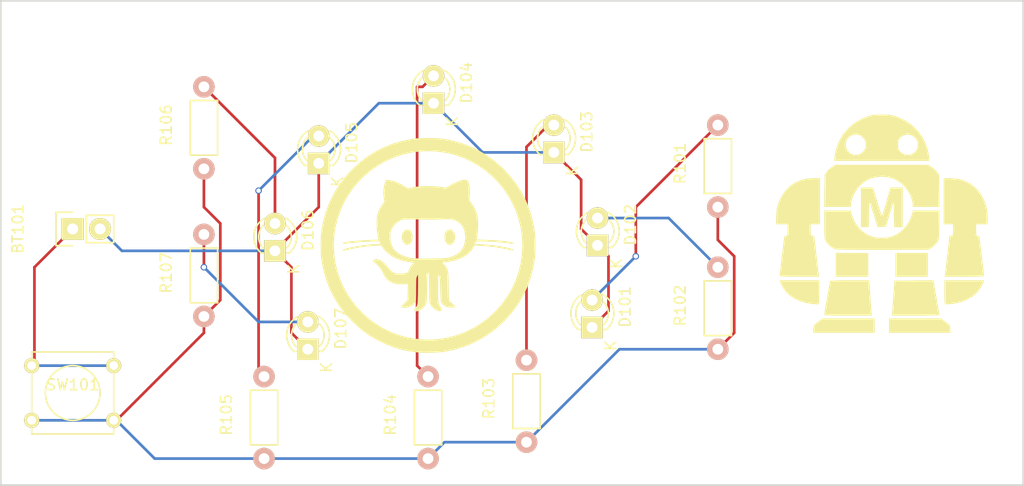
<source format=kicad_pcb>
(kicad_pcb (version 4) (host pcbnew 4.0.1-stable)

  (general
    (links 24)
    (no_connects 0)
    (area 99.924999 54.924999 195.075001 100.075001)
    (thickness 1.6)
    (drawings 4)
    (tracks 65)
    (zones 0)
    (modules 18)
    (nets 11)
  )

  (page A4)
  (layers
    (0 F.Cu signal)
    (31 B.Cu signal)
    (32 B.Adhes user)
    (33 F.Adhes user)
    (34 B.Paste user)
    (35 F.Paste user)
    (36 B.SilkS user)
    (37 F.SilkS user)
    (38 B.Mask user)
    (39 F.Mask user)
    (40 Dwgs.User user)
    (41 Cmts.User user)
    (42 Eco1.User user)
    (43 Eco2.User user)
    (44 Edge.Cuts user)
    (45 Margin user)
    (46 B.CrtYd user)
    (47 F.CrtYd user)
    (48 B.Fab user)
    (49 F.Fab user)
  )

  (setup
    (last_trace_width 0.25)
    (trace_clearance 0.2)
    (zone_clearance 0.508)
    (zone_45_only no)
    (trace_min 0.2)
    (segment_width 0.2)
    (edge_width 0.15)
    (via_size 0.6)
    (via_drill 0.4)
    (via_min_size 0.4)
    (via_min_drill 0.3)
    (uvia_size 0.3)
    (uvia_drill 0.1)
    (uvias_allowed no)
    (uvia_min_size 0.2)
    (uvia_min_drill 0.1)
    (pcb_text_width 0.3)
    (pcb_text_size 1.5 1.5)
    (mod_edge_width 0.15)
    (mod_text_size 1 1)
    (mod_text_width 0.15)
    (pad_size 1.524 1.524)
    (pad_drill 0.762)
    (pad_to_mask_clearance 0.2)
    (aux_axis_origin 0 0)
    (visible_elements 7FFFFFFF)
    (pcbplotparams
      (layerselection 0x00030_80000001)
      (usegerberextensions false)
      (excludeedgelayer true)
      (linewidth 0.100000)
      (plotframeref false)
      (viasonmask false)
      (mode 1)
      (useauxorigin false)
      (hpglpennumber 1)
      (hpglpenspeed 20)
      (hpglpendiameter 15)
      (hpglpenoverlay 2)
      (psnegative false)
      (psa4output false)
      (plotreference true)
      (plotvalue true)
      (plotinvisibletext false)
      (padsonsilk false)
      (subtractmaskfromsilk false)
      (outputformat 1)
      (mirror false)
      (drillshape 1)
      (scaleselection 1)
      (outputdirectory ""))
  )

  (net 0 "")
  (net 1 GND)
  (net 2 "Net-(D101-Pad2)")
  (net 3 +BATT)
  (net 4 "Net-(D102-Pad2)")
  (net 5 "Net-(D103-Pad2)")
  (net 6 "Net-(D104-Pad2)")
  (net 7 "Net-(D105-Pad2)")
  (net 8 "Net-(D106-Pad2)")
  (net 9 "Net-(D107-Pad2)")
  (net 10 "Net-(BT101-Pad1)")

  (net_class Default "これは標準のネット クラスです。"
    (clearance 0.2)
    (trace_width 0.25)
    (via_dia 0.6)
    (via_drill 0.4)
    (uvia_dia 0.3)
    (uvia_drill 0.1)
    (add_net +BATT)
    (add_net GND)
    (add_net "Net-(BT101-Pad1)")
    (add_net "Net-(D101-Pad2)")
    (add_net "Net-(D102-Pad2)")
    (add_net "Net-(D103-Pad2)")
    (add_net "Net-(D104-Pad2)")
    (add_net "Net-(D105-Pad2)")
    (add_net "Net-(D106-Pad2)")
    (add_net "Net-(D107-Pad2)")
  )

  (module Pin_Headers:Pin_Header_Straight_1x02 placed (layer F.Cu) (tedit 54EA090C) (tstamp 5776674B)
    (at 106.68 76.2 90)
    (descr "Through hole pin header")
    (tags "pin header")
    (path /5774FB3F)
    (fp_text reference BT101 (at 0 -5.1 90) (layer F.SilkS)
      (effects (font (size 1 1) (thickness 0.15)))
    )
    (fp_text value Battery (at 0 -3.1 90) (layer F.Fab)
      (effects (font (size 1 1) (thickness 0.15)))
    )
    (fp_line (start 1.27 1.27) (end 1.27 3.81) (layer F.SilkS) (width 0.15))
    (fp_line (start 1.55 -1.55) (end 1.55 0) (layer F.SilkS) (width 0.15))
    (fp_line (start -1.75 -1.75) (end -1.75 4.3) (layer F.CrtYd) (width 0.05))
    (fp_line (start 1.75 -1.75) (end 1.75 4.3) (layer F.CrtYd) (width 0.05))
    (fp_line (start -1.75 -1.75) (end 1.75 -1.75) (layer F.CrtYd) (width 0.05))
    (fp_line (start -1.75 4.3) (end 1.75 4.3) (layer F.CrtYd) (width 0.05))
    (fp_line (start 1.27 1.27) (end -1.27 1.27) (layer F.SilkS) (width 0.15))
    (fp_line (start -1.55 0) (end -1.55 -1.55) (layer F.SilkS) (width 0.15))
    (fp_line (start -1.55 -1.55) (end 1.55 -1.55) (layer F.SilkS) (width 0.15))
    (fp_line (start -1.27 1.27) (end -1.27 3.81) (layer F.SilkS) (width 0.15))
    (fp_line (start -1.27 3.81) (end 1.27 3.81) (layer F.SilkS) (width 0.15))
    (pad 1 thru_hole rect (at 0 0 90) (size 2.032 2.032) (drill 1.016) (layers *.Cu *.Mask F.SilkS)
      (net 10 "Net-(BT101-Pad1)"))
    (pad 2 thru_hole oval (at 0 2.54 90) (size 2.032 2.032) (drill 1.016) (layers *.Cu *.Mask F.SilkS)
      (net 1 GND))
    (model Pin_Headers.3dshapes/Pin_Header_Straight_1x02.wrl
      (at (xyz 0 -0.05 0))
      (scale (xyz 1 1 1))
      (rotate (xyz 0 0 90))
    )
  )

  (module LEDs:LED-3MM placed (layer F.Cu) (tedit 559B82F6) (tstamp 57766751)
    (at 154.94 85.344 90)
    (descr "LED 3mm round vertical")
    (tags "LED  3mm round vertical")
    (path /5774F8AF)
    (fp_text reference D101 (at 1.91 3.06 90) (layer F.SilkS)
      (effects (font (size 1 1) (thickness 0.15)))
    )
    (fp_text value LED (at 1.3 -2.9 90) (layer F.Fab)
      (effects (font (size 1 1) (thickness 0.15)))
    )
    (fp_line (start -1.2 2.3) (end 3.8 2.3) (layer F.CrtYd) (width 0.05))
    (fp_line (start 3.8 2.3) (end 3.8 -2.2) (layer F.CrtYd) (width 0.05))
    (fp_line (start 3.8 -2.2) (end -1.2 -2.2) (layer F.CrtYd) (width 0.05))
    (fp_line (start -1.2 -2.2) (end -1.2 2.3) (layer F.CrtYd) (width 0.05))
    (fp_line (start -0.199 1.314) (end -0.199 1.114) (layer F.SilkS) (width 0.15))
    (fp_line (start -0.199 -1.28) (end -0.199 -1.1) (layer F.SilkS) (width 0.15))
    (fp_arc (start 1.301 0.034) (end -0.199 -1.286) (angle 108.5) (layer F.SilkS) (width 0.15))
    (fp_arc (start 1.301 0.034) (end 0.25 -1.1) (angle 85.7) (layer F.SilkS) (width 0.15))
    (fp_arc (start 1.311 0.034) (end 3.051 0.994) (angle 110) (layer F.SilkS) (width 0.15))
    (fp_arc (start 1.301 0.034) (end 2.335 1.094) (angle 87.5) (layer F.SilkS) (width 0.15))
    (fp_text user K (at -1.69 1.74 90) (layer F.SilkS)
      (effects (font (size 1 1) (thickness 0.15)))
    )
    (pad 1 thru_hole rect (at 0 0 180) (size 2 2) (drill 1.00076) (layers *.Cu *.Mask F.SilkS)
      (net 1 GND))
    (pad 2 thru_hole circle (at 2.54 0 90) (size 2 2) (drill 1.00076) (layers *.Cu *.Mask F.SilkS)
      (net 2 "Net-(D101-Pad2)"))
    (model LEDs.3dshapes/LED-3MM.wrl
      (at (xyz 0.05 0 0))
      (scale (xyz 1 1 1))
      (rotate (xyz 0 0 90))
    )
  )

  (module LEDs:LED-3MM placed (layer F.Cu) (tedit 559B82F6) (tstamp 57766757)
    (at 155.448 77.724 90)
    (descr "LED 3mm round vertical")
    (tags "LED  3mm round vertical")
    (path /57752D3F)
    (fp_text reference D102 (at 1.91 3.06 90) (layer F.SilkS)
      (effects (font (size 1 1) (thickness 0.15)))
    )
    (fp_text value LED (at 1.3 -2.9 90) (layer F.Fab)
      (effects (font (size 1 1) (thickness 0.15)))
    )
    (fp_line (start -1.2 2.3) (end 3.8 2.3) (layer F.CrtYd) (width 0.05))
    (fp_line (start 3.8 2.3) (end 3.8 -2.2) (layer F.CrtYd) (width 0.05))
    (fp_line (start 3.8 -2.2) (end -1.2 -2.2) (layer F.CrtYd) (width 0.05))
    (fp_line (start -1.2 -2.2) (end -1.2 2.3) (layer F.CrtYd) (width 0.05))
    (fp_line (start -0.199 1.314) (end -0.199 1.114) (layer F.SilkS) (width 0.15))
    (fp_line (start -0.199 -1.28) (end -0.199 -1.1) (layer F.SilkS) (width 0.15))
    (fp_arc (start 1.301 0.034) (end -0.199 -1.286) (angle 108.5) (layer F.SilkS) (width 0.15))
    (fp_arc (start 1.301 0.034) (end 0.25 -1.1) (angle 85.7) (layer F.SilkS) (width 0.15))
    (fp_arc (start 1.311 0.034) (end 3.051 0.994) (angle 110) (layer F.SilkS) (width 0.15))
    (fp_arc (start 1.301 0.034) (end 2.335 1.094) (angle 87.5) (layer F.SilkS) (width 0.15))
    (fp_text user K (at -1.69 1.74 90) (layer F.SilkS)
      (effects (font (size 1 1) (thickness 0.15)))
    )
    (pad 1 thru_hole rect (at 0 0 180) (size 2 2) (drill 1.00076) (layers *.Cu *.Mask F.SilkS)
      (net 1 GND))
    (pad 2 thru_hole circle (at 2.54 0 90) (size 2 2) (drill 1.00076) (layers *.Cu *.Mask F.SilkS)
      (net 4 "Net-(D102-Pad2)"))
    (model LEDs.3dshapes/LED-3MM.wrl
      (at (xyz 0.05 0 0))
      (scale (xyz 1 1 1))
      (rotate (xyz 0 0 90))
    )
  )

  (module LEDs:LED-3MM placed (layer F.Cu) (tedit 559B82F6) (tstamp 5776675D)
    (at 151.384 69.088 90)
    (descr "LED 3mm round vertical")
    (tags "LED  3mm round vertical")
    (path /5776612C)
    (fp_text reference D103 (at 1.91 3.06 90) (layer F.SilkS)
      (effects (font (size 1 1) (thickness 0.15)))
    )
    (fp_text value LED (at 1.3 -2.9 90) (layer F.Fab)
      (effects (font (size 1 1) (thickness 0.15)))
    )
    (fp_line (start -1.2 2.3) (end 3.8 2.3) (layer F.CrtYd) (width 0.05))
    (fp_line (start 3.8 2.3) (end 3.8 -2.2) (layer F.CrtYd) (width 0.05))
    (fp_line (start 3.8 -2.2) (end -1.2 -2.2) (layer F.CrtYd) (width 0.05))
    (fp_line (start -1.2 -2.2) (end -1.2 2.3) (layer F.CrtYd) (width 0.05))
    (fp_line (start -0.199 1.314) (end -0.199 1.114) (layer F.SilkS) (width 0.15))
    (fp_line (start -0.199 -1.28) (end -0.199 -1.1) (layer F.SilkS) (width 0.15))
    (fp_arc (start 1.301 0.034) (end -0.199 -1.286) (angle 108.5) (layer F.SilkS) (width 0.15))
    (fp_arc (start 1.301 0.034) (end 0.25 -1.1) (angle 85.7) (layer F.SilkS) (width 0.15))
    (fp_arc (start 1.311 0.034) (end 3.051 0.994) (angle 110) (layer F.SilkS) (width 0.15))
    (fp_arc (start 1.301 0.034) (end 2.335 1.094) (angle 87.5) (layer F.SilkS) (width 0.15))
    (fp_text user K (at -1.69 1.74 90) (layer F.SilkS)
      (effects (font (size 1 1) (thickness 0.15)))
    )
    (pad 1 thru_hole rect (at 0 0 180) (size 2 2) (drill 1.00076) (layers *.Cu *.Mask F.SilkS)
      (net 1 GND))
    (pad 2 thru_hole circle (at 2.54 0 90) (size 2 2) (drill 1.00076) (layers *.Cu *.Mask F.SilkS)
      (net 5 "Net-(D103-Pad2)"))
    (model LEDs.3dshapes/LED-3MM.wrl
      (at (xyz 0.05 0 0))
      (scale (xyz 1 1 1))
      (rotate (xyz 0 0 90))
    )
  )

  (module LEDs:LED-3MM placed (layer F.Cu) (tedit 559B82F6) (tstamp 57766763)
    (at 140.208 64.516 90)
    (descr "LED 3mm round vertical")
    (tags "LED  3mm round vertical")
    (path /5776616E)
    (fp_text reference D104 (at 1.91 3.06 90) (layer F.SilkS)
      (effects (font (size 1 1) (thickness 0.15)))
    )
    (fp_text value LED (at 1.3 -2.9 90) (layer F.Fab)
      (effects (font (size 1 1) (thickness 0.15)))
    )
    (fp_line (start -1.2 2.3) (end 3.8 2.3) (layer F.CrtYd) (width 0.05))
    (fp_line (start 3.8 2.3) (end 3.8 -2.2) (layer F.CrtYd) (width 0.05))
    (fp_line (start 3.8 -2.2) (end -1.2 -2.2) (layer F.CrtYd) (width 0.05))
    (fp_line (start -1.2 -2.2) (end -1.2 2.3) (layer F.CrtYd) (width 0.05))
    (fp_line (start -0.199 1.314) (end -0.199 1.114) (layer F.SilkS) (width 0.15))
    (fp_line (start -0.199 -1.28) (end -0.199 -1.1) (layer F.SilkS) (width 0.15))
    (fp_arc (start 1.301 0.034) (end -0.199 -1.286) (angle 108.5) (layer F.SilkS) (width 0.15))
    (fp_arc (start 1.301 0.034) (end 0.25 -1.1) (angle 85.7) (layer F.SilkS) (width 0.15))
    (fp_arc (start 1.311 0.034) (end 3.051 0.994) (angle 110) (layer F.SilkS) (width 0.15))
    (fp_arc (start 1.301 0.034) (end 2.335 1.094) (angle 87.5) (layer F.SilkS) (width 0.15))
    (fp_text user K (at -1.69 1.74 90) (layer F.SilkS)
      (effects (font (size 1 1) (thickness 0.15)))
    )
    (pad 1 thru_hole rect (at 0 0 180) (size 2 2) (drill 1.00076) (layers *.Cu *.Mask F.SilkS)
      (net 1 GND))
    (pad 2 thru_hole circle (at 2.54 0 90) (size 2 2) (drill 1.00076) (layers *.Cu *.Mask F.SilkS)
      (net 6 "Net-(D104-Pad2)"))
    (model LEDs.3dshapes/LED-3MM.wrl
      (at (xyz 0.05 0 0))
      (scale (xyz 1 1 1))
      (rotate (xyz 0 0 90))
    )
  )

  (module LEDs:LED-3MM placed (layer F.Cu) (tedit 559B82F6) (tstamp 57766769)
    (at 129.54 70.104 90)
    (descr "LED 3mm round vertical")
    (tags "LED  3mm round vertical")
    (path /577661B4)
    (fp_text reference D105 (at 1.91 3.06 90) (layer F.SilkS)
      (effects (font (size 1 1) (thickness 0.15)))
    )
    (fp_text value LED (at 1.3 -2.9 90) (layer F.Fab)
      (effects (font (size 1 1) (thickness 0.15)))
    )
    (fp_line (start -1.2 2.3) (end 3.8 2.3) (layer F.CrtYd) (width 0.05))
    (fp_line (start 3.8 2.3) (end 3.8 -2.2) (layer F.CrtYd) (width 0.05))
    (fp_line (start 3.8 -2.2) (end -1.2 -2.2) (layer F.CrtYd) (width 0.05))
    (fp_line (start -1.2 -2.2) (end -1.2 2.3) (layer F.CrtYd) (width 0.05))
    (fp_line (start -0.199 1.314) (end -0.199 1.114) (layer F.SilkS) (width 0.15))
    (fp_line (start -0.199 -1.28) (end -0.199 -1.1) (layer F.SilkS) (width 0.15))
    (fp_arc (start 1.301 0.034) (end -0.199 -1.286) (angle 108.5) (layer F.SilkS) (width 0.15))
    (fp_arc (start 1.301 0.034) (end 0.25 -1.1) (angle 85.7) (layer F.SilkS) (width 0.15))
    (fp_arc (start 1.311 0.034) (end 3.051 0.994) (angle 110) (layer F.SilkS) (width 0.15))
    (fp_arc (start 1.301 0.034) (end 2.335 1.094) (angle 87.5) (layer F.SilkS) (width 0.15))
    (fp_text user K (at -1.69 1.74 90) (layer F.SilkS)
      (effects (font (size 1 1) (thickness 0.15)))
    )
    (pad 1 thru_hole rect (at 0 0 180) (size 2 2) (drill 1.00076) (layers *.Cu *.Mask F.SilkS)
      (net 1 GND))
    (pad 2 thru_hole circle (at 2.54 0 90) (size 2 2) (drill 1.00076) (layers *.Cu *.Mask F.SilkS)
      (net 7 "Net-(D105-Pad2)"))
    (model LEDs.3dshapes/LED-3MM.wrl
      (at (xyz 0.05 0 0))
      (scale (xyz 1 1 1))
      (rotate (xyz 0 0 90))
    )
  )

  (module LEDs:LED-3MM placed (layer F.Cu) (tedit 559B82F6) (tstamp 5776676F)
    (at 125.476 78.232 90)
    (descr "LED 3mm round vertical")
    (tags "LED  3mm round vertical")
    (path /57766202)
    (fp_text reference D106 (at 1.91 3.06 90) (layer F.SilkS)
      (effects (font (size 1 1) (thickness 0.15)))
    )
    (fp_text value LED (at 1.3 -2.9 90) (layer F.Fab)
      (effects (font (size 1 1) (thickness 0.15)))
    )
    (fp_line (start -1.2 2.3) (end 3.8 2.3) (layer F.CrtYd) (width 0.05))
    (fp_line (start 3.8 2.3) (end 3.8 -2.2) (layer F.CrtYd) (width 0.05))
    (fp_line (start 3.8 -2.2) (end -1.2 -2.2) (layer F.CrtYd) (width 0.05))
    (fp_line (start -1.2 -2.2) (end -1.2 2.3) (layer F.CrtYd) (width 0.05))
    (fp_line (start -0.199 1.314) (end -0.199 1.114) (layer F.SilkS) (width 0.15))
    (fp_line (start -0.199 -1.28) (end -0.199 -1.1) (layer F.SilkS) (width 0.15))
    (fp_arc (start 1.301 0.034) (end -0.199 -1.286) (angle 108.5) (layer F.SilkS) (width 0.15))
    (fp_arc (start 1.301 0.034) (end 0.25 -1.1) (angle 85.7) (layer F.SilkS) (width 0.15))
    (fp_arc (start 1.311 0.034) (end 3.051 0.994) (angle 110) (layer F.SilkS) (width 0.15))
    (fp_arc (start 1.301 0.034) (end 2.335 1.094) (angle 87.5) (layer F.SilkS) (width 0.15))
    (fp_text user K (at -1.69 1.74 90) (layer F.SilkS)
      (effects (font (size 1 1) (thickness 0.15)))
    )
    (pad 1 thru_hole rect (at 0 0 180) (size 2 2) (drill 1.00076) (layers *.Cu *.Mask F.SilkS)
      (net 1 GND))
    (pad 2 thru_hole circle (at 2.54 0 90) (size 2 2) (drill 1.00076) (layers *.Cu *.Mask F.SilkS)
      (net 8 "Net-(D106-Pad2)"))
    (model LEDs.3dshapes/LED-3MM.wrl
      (at (xyz 0.05 0 0))
      (scale (xyz 1 1 1))
      (rotate (xyz 0 0 90))
    )
  )

  (module LEDs:LED-3MM placed (layer F.Cu) (tedit 559B82F6) (tstamp 57766775)
    (at 128.524 87.376 90)
    (descr "LED 3mm round vertical")
    (tags "LED  3mm round vertical")
    (path /5776624C)
    (fp_text reference D107 (at 1.91 3.06 90) (layer F.SilkS)
      (effects (font (size 1 1) (thickness 0.15)))
    )
    (fp_text value LED (at 1.3 -2.9 90) (layer F.Fab)
      (effects (font (size 1 1) (thickness 0.15)))
    )
    (fp_line (start -1.2 2.3) (end 3.8 2.3) (layer F.CrtYd) (width 0.05))
    (fp_line (start 3.8 2.3) (end 3.8 -2.2) (layer F.CrtYd) (width 0.05))
    (fp_line (start 3.8 -2.2) (end -1.2 -2.2) (layer F.CrtYd) (width 0.05))
    (fp_line (start -1.2 -2.2) (end -1.2 2.3) (layer F.CrtYd) (width 0.05))
    (fp_line (start -0.199 1.314) (end -0.199 1.114) (layer F.SilkS) (width 0.15))
    (fp_line (start -0.199 -1.28) (end -0.199 -1.1) (layer F.SilkS) (width 0.15))
    (fp_arc (start 1.301 0.034) (end -0.199 -1.286) (angle 108.5) (layer F.SilkS) (width 0.15))
    (fp_arc (start 1.301 0.034) (end 0.25 -1.1) (angle 85.7) (layer F.SilkS) (width 0.15))
    (fp_arc (start 1.311 0.034) (end 3.051 0.994) (angle 110) (layer F.SilkS) (width 0.15))
    (fp_arc (start 1.301 0.034) (end 2.335 1.094) (angle 87.5) (layer F.SilkS) (width 0.15))
    (fp_text user K (at -1.69 1.74 90) (layer F.SilkS)
      (effects (font (size 1 1) (thickness 0.15)))
    )
    (pad 1 thru_hole rect (at 0 0 180) (size 2 2) (drill 1.00076) (layers *.Cu *.Mask F.SilkS)
      (net 1 GND))
    (pad 2 thru_hole circle (at 2.54 0 90) (size 2 2) (drill 1.00076) (layers *.Cu *.Mask F.SilkS)
      (net 9 "Net-(D107-Pad2)"))
    (model LEDs.3dshapes/LED-3MM.wrl
      (at (xyz 0.05 0 0))
      (scale (xyz 1 1 1))
      (rotate (xyz 0 0 90))
    )
  )

  (module Resistors_ThroughHole:Resistor_Horizontal_RM7mm placed (layer F.Cu) (tedit 569FCF07) (tstamp 5776677B)
    (at 166.624 74.168 90)
    (descr "Resistor, Axial,  RM 7.62mm, 1/3W,")
    (tags "Resistor Axial RM 7.62mm 1/3W R3")
    (path /5774F913)
    (fp_text reference R101 (at 4.05892 -3.50012 90) (layer F.SilkS)
      (effects (font (size 1 1) (thickness 0.15)))
    )
    (fp_text value 150 (at 3.81 3.81 90) (layer F.Fab)
      (effects (font (size 1 1) (thickness 0.15)))
    )
    (fp_line (start -1.25 -1.5) (end 8.85 -1.5) (layer F.CrtYd) (width 0.05))
    (fp_line (start -1.25 1.5) (end -1.25 -1.5) (layer F.CrtYd) (width 0.05))
    (fp_line (start 8.85 -1.5) (end 8.85 1.5) (layer F.CrtYd) (width 0.05))
    (fp_line (start -1.25 1.5) (end 8.85 1.5) (layer F.CrtYd) (width 0.05))
    (fp_line (start 1.27 -1.27) (end 6.35 -1.27) (layer F.SilkS) (width 0.15))
    (fp_line (start 6.35 -1.27) (end 6.35 1.27) (layer F.SilkS) (width 0.15))
    (fp_line (start 6.35 1.27) (end 1.27 1.27) (layer F.SilkS) (width 0.15))
    (fp_line (start 1.27 1.27) (end 1.27 -1.27) (layer F.SilkS) (width 0.15))
    (pad 1 thru_hole circle (at 0 0 90) (size 1.99898 1.99898) (drill 1.00076) (layers *.Cu *.SilkS *.Mask)
      (net 3 +BATT))
    (pad 2 thru_hole circle (at 7.62 0 90) (size 1.99898 1.99898) (drill 1.00076) (layers *.Cu *.SilkS *.Mask)
      (net 2 "Net-(D101-Pad2)"))
  )

  (module Resistors_ThroughHole:Resistor_Horizontal_RM7mm placed (layer F.Cu) (tedit 569FCF07) (tstamp 57766781)
    (at 166.624 87.376 90)
    (descr "Resistor, Axial,  RM 7.62mm, 1/3W,")
    (tags "Resistor Axial RM 7.62mm 1/3W R3")
    (path /57752D45)
    (fp_text reference R102 (at 4.05892 -3.50012 90) (layer F.SilkS)
      (effects (font (size 1 1) (thickness 0.15)))
    )
    (fp_text value 150 (at 3.81 3.81 90) (layer F.Fab)
      (effects (font (size 1 1) (thickness 0.15)))
    )
    (fp_line (start -1.25 -1.5) (end 8.85 -1.5) (layer F.CrtYd) (width 0.05))
    (fp_line (start -1.25 1.5) (end -1.25 -1.5) (layer F.CrtYd) (width 0.05))
    (fp_line (start 8.85 -1.5) (end 8.85 1.5) (layer F.CrtYd) (width 0.05))
    (fp_line (start -1.25 1.5) (end 8.85 1.5) (layer F.CrtYd) (width 0.05))
    (fp_line (start 1.27 -1.27) (end 6.35 -1.27) (layer F.SilkS) (width 0.15))
    (fp_line (start 6.35 -1.27) (end 6.35 1.27) (layer F.SilkS) (width 0.15))
    (fp_line (start 6.35 1.27) (end 1.27 1.27) (layer F.SilkS) (width 0.15))
    (fp_line (start 1.27 1.27) (end 1.27 -1.27) (layer F.SilkS) (width 0.15))
    (pad 1 thru_hole circle (at 0 0 90) (size 1.99898 1.99898) (drill 1.00076) (layers *.Cu *.SilkS *.Mask)
      (net 3 +BATT))
    (pad 2 thru_hole circle (at 7.62 0 90) (size 1.99898 1.99898) (drill 1.00076) (layers *.Cu *.SilkS *.Mask)
      (net 4 "Net-(D102-Pad2)"))
  )

  (module Resistors_ThroughHole:Resistor_Horizontal_RM7mm placed (layer F.Cu) (tedit 569FCF07) (tstamp 57766787)
    (at 148.844 96.012 90)
    (descr "Resistor, Axial,  RM 7.62mm, 1/3W,")
    (tags "Resistor Axial RM 7.62mm 1/3W R3")
    (path /57766132)
    (fp_text reference R103 (at 4.05892 -3.50012 90) (layer F.SilkS)
      (effects (font (size 1 1) (thickness 0.15)))
    )
    (fp_text value 150 (at 3.81 3.81 90) (layer F.Fab)
      (effects (font (size 1 1) (thickness 0.15)))
    )
    (fp_line (start -1.25 -1.5) (end 8.85 -1.5) (layer F.CrtYd) (width 0.05))
    (fp_line (start -1.25 1.5) (end -1.25 -1.5) (layer F.CrtYd) (width 0.05))
    (fp_line (start 8.85 -1.5) (end 8.85 1.5) (layer F.CrtYd) (width 0.05))
    (fp_line (start -1.25 1.5) (end 8.85 1.5) (layer F.CrtYd) (width 0.05))
    (fp_line (start 1.27 -1.27) (end 6.35 -1.27) (layer F.SilkS) (width 0.15))
    (fp_line (start 6.35 -1.27) (end 6.35 1.27) (layer F.SilkS) (width 0.15))
    (fp_line (start 6.35 1.27) (end 1.27 1.27) (layer F.SilkS) (width 0.15))
    (fp_line (start 1.27 1.27) (end 1.27 -1.27) (layer F.SilkS) (width 0.15))
    (pad 1 thru_hole circle (at 0 0 90) (size 1.99898 1.99898) (drill 1.00076) (layers *.Cu *.SilkS *.Mask)
      (net 3 +BATT))
    (pad 2 thru_hole circle (at 7.62 0 90) (size 1.99898 1.99898) (drill 1.00076) (layers *.Cu *.SilkS *.Mask)
      (net 5 "Net-(D103-Pad2)"))
  )

  (module Resistors_ThroughHole:Resistor_Horizontal_RM7mm placed (layer F.Cu) (tedit 569FCF07) (tstamp 5776678D)
    (at 139.7 97.536 90)
    (descr "Resistor, Axial,  RM 7.62mm, 1/3W,")
    (tags "Resistor Axial RM 7.62mm 1/3W R3")
    (path /57766174)
    (fp_text reference R104 (at 4.05892 -3.50012 90) (layer F.SilkS)
      (effects (font (size 1 1) (thickness 0.15)))
    )
    (fp_text value 150 (at 3.81 3.81 90) (layer F.Fab)
      (effects (font (size 1 1) (thickness 0.15)))
    )
    (fp_line (start -1.25 -1.5) (end 8.85 -1.5) (layer F.CrtYd) (width 0.05))
    (fp_line (start -1.25 1.5) (end -1.25 -1.5) (layer F.CrtYd) (width 0.05))
    (fp_line (start 8.85 -1.5) (end 8.85 1.5) (layer F.CrtYd) (width 0.05))
    (fp_line (start -1.25 1.5) (end 8.85 1.5) (layer F.CrtYd) (width 0.05))
    (fp_line (start 1.27 -1.27) (end 6.35 -1.27) (layer F.SilkS) (width 0.15))
    (fp_line (start 6.35 -1.27) (end 6.35 1.27) (layer F.SilkS) (width 0.15))
    (fp_line (start 6.35 1.27) (end 1.27 1.27) (layer F.SilkS) (width 0.15))
    (fp_line (start 1.27 1.27) (end 1.27 -1.27) (layer F.SilkS) (width 0.15))
    (pad 1 thru_hole circle (at 0 0 90) (size 1.99898 1.99898) (drill 1.00076) (layers *.Cu *.SilkS *.Mask)
      (net 3 +BATT))
    (pad 2 thru_hole circle (at 7.62 0 90) (size 1.99898 1.99898) (drill 1.00076) (layers *.Cu *.SilkS *.Mask)
      (net 6 "Net-(D104-Pad2)"))
  )

  (module Resistors_ThroughHole:Resistor_Horizontal_RM7mm placed (layer F.Cu) (tedit 569FCF07) (tstamp 57766793)
    (at 124.46 97.536 90)
    (descr "Resistor, Axial,  RM 7.62mm, 1/3W,")
    (tags "Resistor Axial RM 7.62mm 1/3W R3")
    (path /577661BA)
    (fp_text reference R105 (at 4.05892 -3.50012 90) (layer F.SilkS)
      (effects (font (size 1 1) (thickness 0.15)))
    )
    (fp_text value 150 (at 3.81 3.81 90) (layer F.Fab)
      (effects (font (size 1 1) (thickness 0.15)))
    )
    (fp_line (start -1.25 -1.5) (end 8.85 -1.5) (layer F.CrtYd) (width 0.05))
    (fp_line (start -1.25 1.5) (end -1.25 -1.5) (layer F.CrtYd) (width 0.05))
    (fp_line (start 8.85 -1.5) (end 8.85 1.5) (layer F.CrtYd) (width 0.05))
    (fp_line (start -1.25 1.5) (end 8.85 1.5) (layer F.CrtYd) (width 0.05))
    (fp_line (start 1.27 -1.27) (end 6.35 -1.27) (layer F.SilkS) (width 0.15))
    (fp_line (start 6.35 -1.27) (end 6.35 1.27) (layer F.SilkS) (width 0.15))
    (fp_line (start 6.35 1.27) (end 1.27 1.27) (layer F.SilkS) (width 0.15))
    (fp_line (start 1.27 1.27) (end 1.27 -1.27) (layer F.SilkS) (width 0.15))
    (pad 1 thru_hole circle (at 0 0 90) (size 1.99898 1.99898) (drill 1.00076) (layers *.Cu *.SilkS *.Mask)
      (net 3 +BATT))
    (pad 2 thru_hole circle (at 7.62 0 90) (size 1.99898 1.99898) (drill 1.00076) (layers *.Cu *.SilkS *.Mask)
      (net 7 "Net-(D105-Pad2)"))
  )

  (module Resistors_ThroughHole:Resistor_Horizontal_RM7mm placed (layer F.Cu) (tedit 569FCF07) (tstamp 57766799)
    (at 118.872 70.612 90)
    (descr "Resistor, Axial,  RM 7.62mm, 1/3W,")
    (tags "Resistor Axial RM 7.62mm 1/3W R3")
    (path /57766208)
    (fp_text reference R106 (at 4.05892 -3.50012 90) (layer F.SilkS)
      (effects (font (size 1 1) (thickness 0.15)))
    )
    (fp_text value 150 (at 3.81 3.81 90) (layer F.Fab)
      (effects (font (size 1 1) (thickness 0.15)))
    )
    (fp_line (start -1.25 -1.5) (end 8.85 -1.5) (layer F.CrtYd) (width 0.05))
    (fp_line (start -1.25 1.5) (end -1.25 -1.5) (layer F.CrtYd) (width 0.05))
    (fp_line (start 8.85 -1.5) (end 8.85 1.5) (layer F.CrtYd) (width 0.05))
    (fp_line (start -1.25 1.5) (end 8.85 1.5) (layer F.CrtYd) (width 0.05))
    (fp_line (start 1.27 -1.27) (end 6.35 -1.27) (layer F.SilkS) (width 0.15))
    (fp_line (start 6.35 -1.27) (end 6.35 1.27) (layer F.SilkS) (width 0.15))
    (fp_line (start 6.35 1.27) (end 1.27 1.27) (layer F.SilkS) (width 0.15))
    (fp_line (start 1.27 1.27) (end 1.27 -1.27) (layer F.SilkS) (width 0.15))
    (pad 1 thru_hole circle (at 0 0 90) (size 1.99898 1.99898) (drill 1.00076) (layers *.Cu *.SilkS *.Mask)
      (net 3 +BATT))
    (pad 2 thru_hole circle (at 7.62 0 90) (size 1.99898 1.99898) (drill 1.00076) (layers *.Cu *.SilkS *.Mask)
      (net 8 "Net-(D106-Pad2)"))
  )

  (module Resistors_ThroughHole:Resistor_Horizontal_RM7mm placed (layer F.Cu) (tedit 569FCF07) (tstamp 5776679F)
    (at 118.872 84.328 90)
    (descr "Resistor, Axial,  RM 7.62mm, 1/3W,")
    (tags "Resistor Axial RM 7.62mm 1/3W R3")
    (path /57766252)
    (fp_text reference R107 (at 4.05892 -3.50012 90) (layer F.SilkS)
      (effects (font (size 1 1) (thickness 0.15)))
    )
    (fp_text value 150 (at 3.81 3.81 90) (layer F.Fab)
      (effects (font (size 1 1) (thickness 0.15)))
    )
    (fp_line (start -1.25 -1.5) (end 8.85 -1.5) (layer F.CrtYd) (width 0.05))
    (fp_line (start -1.25 1.5) (end -1.25 -1.5) (layer F.CrtYd) (width 0.05))
    (fp_line (start 8.85 -1.5) (end 8.85 1.5) (layer F.CrtYd) (width 0.05))
    (fp_line (start -1.25 1.5) (end 8.85 1.5) (layer F.CrtYd) (width 0.05))
    (fp_line (start 1.27 -1.27) (end 6.35 -1.27) (layer F.SilkS) (width 0.15))
    (fp_line (start 6.35 -1.27) (end 6.35 1.27) (layer F.SilkS) (width 0.15))
    (fp_line (start 6.35 1.27) (end 1.27 1.27) (layer F.SilkS) (width 0.15))
    (fp_line (start 1.27 1.27) (end 1.27 -1.27) (layer F.SilkS) (width 0.15))
    (pad 1 thru_hole circle (at 0 0 90) (size 1.99898 1.99898) (drill 1.00076) (layers *.Cu *.SilkS *.Mask)
      (net 3 +BATT))
    (pad 2 thru_hole circle (at 7.62 0 90) (size 1.99898 1.99898) (drill 1.00076) (layers *.Cu *.SilkS *.Mask)
      (net 9 "Net-(D107-Pad2)"))
  )

  (module Buttons_Switches_ThroughHole:SW_PUSH_SMALL (layer F.Cu) (tedit 0) (tstamp 577667F3)
    (at 106.68 91.44)
    (path /57766722)
    (fp_text reference SW101 (at 0 -0.762) (layer F.SilkS)
      (effects (font (size 1 1) (thickness 0.15)))
    )
    (fp_text value SW_PUSH (at 0 1.016) (layer F.Fab)
      (effects (font (size 1 1) (thickness 0.15)))
    )
    (fp_circle (center 0 0) (end 0 -2.54) (layer F.SilkS) (width 0.15))
    (fp_line (start -3.81 -3.81) (end 3.81 -3.81) (layer F.SilkS) (width 0.15))
    (fp_line (start 3.81 -3.81) (end 3.81 3.81) (layer F.SilkS) (width 0.15))
    (fp_line (start 3.81 3.81) (end -3.81 3.81) (layer F.SilkS) (width 0.15))
    (fp_line (start -3.81 -3.81) (end -3.81 3.81) (layer F.SilkS) (width 0.15))
    (pad 1 thru_hole circle (at 3.81 -2.54) (size 1.397 1.397) (drill 0.8128) (layers *.Cu *.Mask F.SilkS)
      (net 10 "Net-(BT101-Pad1)"))
    (pad 2 thru_hole circle (at 3.81 2.54) (size 1.397 1.397) (drill 0.8128) (layers *.Cu *.Mask F.SilkS)
      (net 3 +BATT))
    (pad 1 thru_hole circle (at -3.81 -2.54) (size 1.397 1.397) (drill 0.8128) (layers *.Cu *.Mask F.SilkS)
      (net 10 "Net-(BT101-Pad1)"))
    (pad 2 thru_hole circle (at -3.81 2.54) (size 1.397 1.397) (drill 0.8128) (layers *.Cu *.Mask F.SilkS)
      (net 3 +BATT))
  )

  (module logo:GitHub_20mm (layer F.Cu) (tedit 0) (tstamp 577759DF)
    (at 139.7 77.724)
    (fp_text reference G*** (at 0 0) (layer F.SilkS) hide
      (effects (font (thickness 0.3)))
    )
    (fp_text value LOGO (at 0.75 0) (layer F.SilkS) hide
      (effects (font (thickness 0.3)))
    )
    (fp_poly (pts (xy 0.227567 -9.974536) (xy 0.55801 -9.968256) (xy 0.857803 -9.956585) (xy 1.108534 -9.939523)
      (xy 1.24 -9.925063) (xy 2.148178 -9.762706) (xy 3.019405 -9.5295) (xy 3.853339 -9.225612)
      (xy 4.649642 -8.851211) (xy 5.407973 -8.406461) (xy 6.127993 -7.891532) (xy 6.809362 -7.306589)
      (xy 7.062033 -7.062034) (xy 7.673964 -6.39568) (xy 8.215947 -5.690544) (xy 8.687813 -4.946965)
      (xy 9.089397 -4.165283) (xy 9.420531 -3.345839) (xy 9.681048 -2.488971) (xy 9.870781 -1.59502)
      (xy 9.925062 -1.24) (xy 9.945739 -1.032478) (xy 9.961025 -0.763548) (xy 9.97092 -0.451623)
      (xy 9.975423 -0.115115) (xy 9.974535 0.227567) (xy 9.968255 0.55801) (xy 9.956584 0.857803)
      (xy 9.939522 1.108534) (xy 9.925062 1.24) (xy 9.762705 2.148178) (xy 9.529499 3.019405)
      (xy 9.225611 3.853339) (xy 8.85121 4.649642) (xy 8.40646 5.407973) (xy 7.891531 6.127993)
      (xy 7.306588 6.809362) (xy 7.062033 7.062033) (xy 6.395104 7.674418) (xy 5.689164 8.217017)
      (xy 4.945099 8.689389) (xy 4.163791 9.091093) (xy 3.346125 9.421685) (xy 2.492986 9.680724)
      (xy 1.605257 9.867768) (xy 1.38 9.902941) (xy 1.21402 9.921696) (xy 0.991025 9.939206)
      (xy 0.728343 9.954857) (xy 0.443299 9.968036) (xy 0.15322 9.97813) (xy -0.124567 9.984526)
      (xy -0.372736 9.986609) (xy -0.57396 9.983768) (xy -0.7 9.976554) (xy -1.233951 9.916285)
      (xy -1.70972 9.846096) (xy -2.148935 9.761634) (xy -2.57322 9.658549) (xy -3.004201 9.532487)
      (xy -3.166775 9.48011) (xy -3.989108 9.168347) (xy -4.77265 8.787088) (xy -5.518442 8.335687)
      (xy -6.227523 7.813497) (xy -6.900935 7.219873) (xy -7.062034 7.062033) (xy -7.673965 6.395679)
      (xy -8.215948 5.690543) (xy -8.687814 4.946964) (xy -9.089398 4.165282) (xy -9.420532 3.345838)
      (xy -9.681049 2.48897) (xy -9.870782 1.595019) (xy -9.925063 1.24) (xy -9.94574 1.032477)
      (xy -9.961026 0.763547) (xy -9.970921 0.451622) (xy -9.975424 0.115114) (xy -9.975126 0)
      (xy -8.760001 0) (xy -8.721203 0.822292) (xy -8.606959 1.626098) (xy -8.420491 2.407457)
      (xy -8.165024 3.16241) (xy -7.843781 3.886997) (xy -7.459984 4.577261) (xy -7.016858 5.22924)
      (xy -6.517624 5.838977) (xy -5.965508 6.402512) (xy -5.363732 6.915885) (xy -4.715519 7.375138)
      (xy -4.024093 7.776311) (xy -3.292677 8.115445) (xy -2.524494 8.38858) (xy -1.773865 8.581169)
      (xy -1.262966 8.668216) (xy -0.709408 8.726547) (xy -0.142531 8.754638) (xy 0.408327 8.750963)
      (xy 0.871576 8.718662) (xy 1.692587 8.592766) (xy 2.48522 8.395039) (xy 3.246183 8.129118)
      (xy 3.972184 7.798643) (xy 4.659933 7.407249) (xy 5.306137 6.958575) (xy 5.907507 6.456259)
      (xy 6.460749 5.903939) (xy 6.962573 5.305251) (xy 7.409688 4.663835) (xy 7.798802 3.983328)
      (xy 8.126624 3.267367) (xy 8.389863 2.519591) (xy 8.585226 1.743637) (xy 8.709424 0.943143)
      (xy 8.759163 0.121746) (xy 8.76 0) (xy 8.721209 -0.821842) (xy 8.607021 -1.625195)
      (xy 8.420706 -2.406095) (xy 8.165538 -3.160574) (xy 7.844789 -3.884667) (xy 7.46173 -4.574409)
      (xy 7.019635 -5.225832) (xy 6.521776 -5.834972) (xy 5.971426 -6.397861) (xy 5.371856 -6.910535)
      (xy 4.726339 -7.369027) (xy 4.038148 -7.769372) (xy 3.310555 -8.107603) (xy 2.546832 -8.379753)
      (xy 1.750253 -8.581859) (xy 1.664913 -8.59884) (xy 0.836852 -8.719732) (xy 0.010867 -8.760731)
      (xy -0.815092 -8.721836) (xy -1.643072 -8.603047) (xy -1.664914 -8.59884) (xy -2.464751 -8.404313)
      (xy -3.232075 -8.139325) (xy -3.963612 -7.80784) (xy -4.65609 -7.413826) (xy -5.306237 -6.961248)
      (xy -5.910781 -6.454072) (xy -6.466449 -5.896264) (xy -6.969968 -5.29179) (xy -7.418067 -4.644616)
      (xy -7.807472 -3.958709) (xy -8.134912 -3.238033) (xy -8.397114 -2.486555) (xy -8.590806 -1.708241)
      (xy -8.712715 -0.907057) (xy -8.759568 -0.086969) (xy -8.760001 0) (xy -9.975126 0)
      (xy -9.974536 -0.227568) (xy -9.968256 -0.558011) (xy -9.956585 -0.857804) (xy -9.939523 -1.108535)
      (xy -9.925063 -1.24) (xy -9.762706 -2.148179) (xy -9.5295 -3.019406) (xy -9.225612 -3.85334)
      (xy -8.851211 -4.649643) (xy -8.406461 -5.407974) (xy -7.891532 -6.127994) (xy -7.306589 -6.809363)
      (xy -7.062034 -7.062034) (xy -6.39568 -7.673965) (xy -5.690544 -8.215948) (xy -4.946965 -8.687814)
      (xy -4.165283 -9.089398) (xy -3.345839 -9.420532) (xy -2.488971 -9.681049) (xy -1.59502 -9.870782)
      (xy -1.24 -9.925063) (xy -1.032478 -9.94574) (xy -0.763548 -9.961026) (xy -0.451623 -9.970921)
      (xy -0.115115 -9.975424) (xy 0.227567 -9.974536)) (layer F.SilkS) (width 0.01))
    (fp_poly (pts (xy 3.626834 -6.074902) (xy 3.681509 -6.04) (xy 3.749575 -5.889289) (xy 3.804763 -5.677924)
      (xy 3.845042 -5.424514) (xy 3.868379 -5.147668) (xy 3.872741 -4.865993) (xy 3.856095 -4.598099)
      (xy 3.846978 -4.52515) (xy 3.805211 -4.2303) (xy 4.009257 -3.96515) (xy 4.217696 -3.650763)
      (xy 4.398202 -3.294314) (xy 4.534691 -2.929747) (xy 4.58027 -2.76) (xy 4.614965 -2.545486)
      (xy 4.637155 -2.274285) (xy 4.646805 -1.968736) (xy 4.643883 -1.651173) (xy 4.628356 -1.343933)
      (xy 4.600189 -1.069353) (xy 4.58295 -0.96) (xy 4.554933 -0.800688) (xy 4.533417 -0.670054)
      (xy 4.521825 -0.589214) (xy 4.520737 -0.576213) (xy 4.557111 -0.558678) (xy 4.667843 -0.542978)
      (xy 4.854409 -0.528995) (xy 5.118288 -0.516614) (xy 5.39 -0.507671) (xy 5.804111 -0.492317)
      (xy 6.20283 -0.470723) (xy 6.5786 -0.4438) (xy 6.923865 -0.412461) (xy 7.23107 -0.377616)
      (xy 7.492659 -0.340178) (xy 7.701076 -0.301058) (xy 7.848765 -0.261168) (xy 7.92817 -0.221419)
      (xy 7.94 -0.2) (xy 7.936743 -0.174801) (xy 7.920365 -0.157767) (xy 7.880955 -0.149325)
      (xy 7.808601 -0.149905) (xy 7.693391 -0.159936) (xy 7.525416 -0.179844) (xy 7.294762 -0.21006)
      (xy 7.1 -0.236314) (xy 6.909065 -0.258699) (xy 6.672411 -0.281029) (xy 6.402404 -0.302659)
      (xy 6.111413 -0.322942) (xy 5.811807 -0.34123) (xy 5.515955 -0.356877) (xy 5.236224 -0.369236)
      (xy 4.984983 -0.37766) (xy 4.774601 -0.381502) (xy 4.617446 -0.380115) (xy 4.525887 -0.372853)
      (xy 4.518901 -0.371303) (xy 4.452591 -0.321952) (xy 4.406645 -0.241871) (xy 4.368259 -0.131756)
      (xy 4.902245 -0.104958) (xy 5.665722 -0.048984) (xy 6.400731 0.039847) (xy 7.089265 0.159082)
      (xy 7.48 0.246001) (xy 7.681003 0.298958) (xy 7.81384 0.344819) (xy 7.889417 0.388643)
      (xy 7.918639 0.43549) (xy 7.92 0.450131) (xy 7.911857 0.467413) (xy 7.880633 0.474303)
      (xy 7.816138 0.46926) (xy 7.708179 0.450739) (xy 7.546565 0.417198) (xy 7.321105 0.367095)
      (xy 7.22 0.344173) (xy 6.927297 0.281395) (xy 6.634717 0.227123) (xy 6.329161 0.179707)
      (xy 5.997529 0.137501) (xy 5.626719 0.098856) (xy 5.203634 0.062125) (xy 4.715172 0.025658)
      (xy 4.654151 0.021403) (xy 4.328302 -0.00118) (xy 4.198407 0.22941) (xy 3.970627 0.553109)
      (xy 3.67569 0.834532) (xy 3.313368 1.073802) (xy 2.883435 1.271043) (xy 2.385664 1.426379)
      (xy 1.819828 1.539933) (xy 1.792486 1.544104) (xy 1.34 1.612243) (xy 1.527574 1.803472)
      (xy 1.662522 1.96375) (xy 1.757475 2.139236) (xy 1.804901 2.26735) (xy 1.830386 2.349338)
      (xy 1.850778 2.430405) (xy 1.866801 2.520858) (xy 1.879177 2.631005) (xy 1.888629 2.771152)
      (xy 1.895879 2.951604) (xy 1.90165 3.18267) (xy 1.906665 3.474656) (xy 1.910877 3.778852)
      (xy 1.916467 4.147898) (xy 1.922842 4.444808) (xy 1.930432 4.677444) (xy 1.939665 4.853672)
      (xy 1.95097 4.981353) (xy 1.964775 5.068352) (xy 1.98151 5.122531) (xy 1.984474 5.128653)
      (xy 2.04621 5.211892) (xy 2.14898 5.316647) (xy 2.250923 5.404244) (xy 2.395504 5.524465)
      (xy 2.478804 5.612009) (xy 2.507507 5.676402) (xy 2.488292 5.727174) (xy 2.482041 5.733855)
      (xy 2.408863 5.763706) (xy 2.279839 5.778455) (xy 2.117542 5.778834) (xy 1.944542 5.765577)
      (xy 1.783412 5.739418) (xy 1.672543 5.707547) (xy 1.504759 5.615744) (xy 1.353479 5.484855)
      (xy 1.238784 5.335933) (xy 1.181161 5.192386) (xy 1.173771 5.117453) (xy 1.165011 4.97472)
      (xy 1.155424 4.776363) (xy 1.145552 4.53456) (xy 1.135938 4.261487) (xy 1.127888 3.996696)
      (xy 1.118362 3.673645) (xy 1.109503 3.420637) (xy 1.100395 3.227728) (xy 1.090119 3.084978)
      (xy 1.077759 2.982442) (xy 1.062397 2.91018) (xy 1.043115 2.858249) (xy 1.018995 2.816707)
      (xy 1.018987 2.816696) (xy 0.94 2.7) (xy 0.928094 3.94) (xy 0.924993 4.318647)
      (xy 0.924495 4.626862) (xy 0.927797 4.8742) (xy 0.936094 5.070217) (xy 0.950583 5.224469)
      (xy 0.972461 5.346511) (xy 1.002923 5.445898) (xy 1.043166 5.532186) (xy 1.094386 5.614931)
      (xy 1.147068 5.689097) (xy 1.244771 5.854814) (xy 1.274443 5.984008) (xy 1.241472 6.071932)
      (xy 1.151247 6.113838) (xy 1.009155 6.104978) (xy 0.820585 6.040605) (xy 0.773269 6.018459)
      (xy 0.507171 5.85556) (xy 0.313166 5.661519) (xy 0.188524 5.433504) (xy 0.176873 5.4)
      (xy 0.151001 5.306513) (xy 0.131548 5.197581) (xy 0.117533 5.060195) (xy 0.107975 4.881352)
      (xy 0.101894 4.648044) (xy 0.098408 4.36) (xy 0.095022 3.938741) (xy 0.092082 3.590539)
      (xy 0.089213 3.308454) (xy 0.086043 3.085548) (xy 0.082197 2.91488) (xy 0.077303 2.789511)
      (xy 0.070986 2.702503) (xy 0.062873 2.646916) (xy 0.05259 2.615811) (xy 0.039764 2.602248)
      (xy 0.024021 2.599288) (xy 0.004988 2.599992) (xy 0.003653 2.6) (xy -0.017121 2.6031)
      (xy -0.033915 2.617727) (xy -0.047294 2.651866) (xy -0.057821 2.713503) (xy -0.066063 2.810626)
      (xy -0.072583 2.951221) (xy -0.077946 3.143274) (xy -0.082717 3.394771) (xy -0.08746 3.713699)
      (xy -0.090385 3.93) (xy -0.097855 4.37636) (xy -0.107348 4.743437) (xy -0.118897 5.031923)
      (xy -0.132533 5.242509) (xy -0.148285 5.375888) (xy -0.157075 5.414187) (xy -0.233611 5.572329)
      (xy -0.353767 5.72509) (xy -0.504077 5.86423) (xy -0.671074 5.981508) (xy -0.841293 6.068684)
      (xy -1.001267 6.117516) (xy -1.13753 6.119764) (xy -1.232 6.072) (xy -1.274178 6.003825)
      (xy -1.261114 5.925191) (xy -1.188722 5.819633) (xy -1.161419 5.787726) (xy -1.102199 5.717717)
      (xy -1.054803 5.650695) (xy -1.017777 5.57697) (xy -0.989666 5.486852) (xy -0.969014 5.370651)
      (xy -0.954368 5.218678) (xy -0.944273 5.02124) (xy -0.937273 4.768649) (xy -0.931915 4.451215)
      (xy -0.929069 4.24) (xy -0.925619 3.93101) (xy -0.923423 3.639754) (xy -0.92249 3.378196)
      (xy -0.922828 3.158303) (xy -0.924447 2.992037) (xy -0.927353 2.891365) (xy -0.928103 2.88)
      (xy -0.942454 2.7) (xy -1.030349 2.88) (xy -1.056875 2.937958) (xy -1.077472 2.997069)
      (xy -1.092899 3.067929) (xy -1.103915 3.161134) (xy -1.111282 3.287279) (xy -1.115759 3.45696)
      (xy -1.118105 3.680772) (xy -1.11908 3.969311) (xy -1.119272 4.12) (xy -1.119874 4.440062)
      (xy -1.121473 4.690341) (xy -1.124801 4.881053) (xy -1.13059 5.022416) (xy -1.139573 5.124646)
      (xy -1.152482 5.197959) (xy -1.170048 5.252572) (xy -1.193004 5.298701) (xy -1.205213 5.319292)
      (xy -1.275125 5.42328) (xy -1.349809 5.501792) (xy -1.451679 5.573725) (xy -1.60315 5.657979)
      (xy -1.613119 5.663217) (xy -1.772492 5.729241) (xy -1.947135 5.773582) (xy -2.120575 5.795765)
      (xy -2.27634 5.795317) (xy -2.39796 5.771763) (xy -2.468963 5.724629) (xy -2.480474 5.688187)
      (xy -2.452543 5.633332) (xy -2.377044 5.541363) (xy -2.26707 5.427323) (xy -2.190474 5.355009)
      (xy -1.9 5.090019) (xy -1.887658 4.333155) (xy -1.875316 3.576292) (xy -2.247658 3.609314)
      (xy -2.669916 3.61826) (xy -3.050168 3.567597) (xy -3.384033 3.458624) (xy -3.66713 3.292636)
      (xy -3.836792 3.138847) (xy -3.928198 3.021402) (xy -4.034148 2.857447) (xy -4.137763 2.674043)
      (xy -4.184234 2.581812) (xy -4.358711 2.261474) (xy -4.550364 2.000566) (xy -4.775581 1.778521)
      (xy -4.906545 1.675165) (xy -5.048426 1.553368) (xy -5.113839 1.453762) (xy -5.102988 1.375692)
      (xy -5.017397 1.319009) (xy -4.806852 1.279859) (xy -4.580496 1.309253) (xy -4.355578 1.402884)
      (xy -4.180424 1.527983) (xy -4.081713 1.624621) (xy -3.953404 1.763884) (xy -3.814383 1.924763)
      (xy -3.718665 2.041675) (xy -3.543956 2.246205) (xy -3.383532 2.405869) (xy -3.249695 2.50846)
      (xy -3.245874 2.510732) (xy -3.161357 2.557393) (xy -3.083853 2.588484) (xy -2.99423 2.607142)
      (xy -2.873361 2.616507) (xy -2.702116 2.619719) (xy -2.58 2.62) (xy -2.309974 2.61342)
      (xy -2.109216 2.591539) (xy -1.967916 2.551141) (xy -1.876261 2.48901) (xy -1.824438 2.40193)
      (xy -1.814904 2.369272) (xy -1.726361 2.135036) (xy -1.580248 1.901863) (xy -1.467489 1.77)
      (xy -1.303344 1.6) (xy -1.427253 1.6) (xy -1.581468 1.588157) (xy -1.790751 1.555512)
      (xy -2.034217 1.506391) (xy -2.290982 1.445121) (xy -2.540164 1.376027) (xy -2.605661 1.35589)
      (xy -3.028935 1.190316) (xy -3.421925 0.973319) (xy -3.771599 0.714103) (xy -4.064922 0.42187)
      (xy -4.221727 0.214761) (xy -4.368795 -0.006807) (xy -4.754398 0.019184) (xy -5.317855 0.0627)
      (xy -5.820702 0.11418) (xy -6.28216 0.176391) (xy -6.721451 0.252095) (xy -7.157795 0.344058)
      (xy -7.38 0.396787) (xy -7.622895 0.452118) (xy -7.790757 0.480536) (xy -7.883468 0.482023)
      (xy -7.9 0.474579) (xy -7.916078 0.435273) (xy -7.880834 0.395139) (xy -7.788253 0.351756)
      (xy -7.63232 0.302702) (xy -7.40702 0.245558) (xy -7.230755 0.205202) (xy -6.763922 0.109954)
      (xy -6.283704 0.027926) (xy -5.809188 -0.038421) (xy -5.359457 -0.086625) (xy -4.953597 -0.114224)
      (xy -4.71 -0.119967) (xy -4.574748 -0.121884) (xy -4.477883 -0.126882) (xy -4.440015 -0.133888)
      (xy -4.44 -0.134032) (xy -4.451777 -0.177514) (xy -4.480311 -0.263683) (xy -4.482201 -0.269118)
      (xy -4.524401 -0.390173) (xy -4.972201 -0.373911) (xy -5.413354 -0.355026) (xy -5.857784 -0.330697)
      (xy -6.287796 -0.302173) (xy -6.685695 -0.270705) (xy -7.033787 -0.23754) (xy -7.24 -0.213776)
      (xy -7.4825 -0.183244) (xy -7.656868 -0.162517) (xy -7.774341 -0.151362) (xy -7.846155 -0.149543)
      (xy -7.883545 -0.156826) (xy -7.897748 -0.172976) (xy -7.9 -0.197759) (xy -7.9 -0.2)
      (xy -7.866198 -0.244518) (xy -7.761161 -0.284617) (xy -7.66 -0.307911) (xy -7.495751 -0.33449)
      (xy -7.265509 -0.362899) (xy -6.983225 -0.391968) (xy -6.662848 -0.420528) (xy -6.31833 -0.447408)
      (xy -5.963621 -0.471439) (xy -5.612673 -0.49145) (xy -5.306984 -0.505234) (xy -5.052817 -0.515313)
      (xy -4.868037 -0.524231) (xy -4.742082 -0.533685) (xy -4.66439 -0.545377) (xy -4.6244 -0.561005)
      (xy -4.61155 -0.58227) (xy -4.615278 -0.61087) (xy -4.616725 -0.616306) (xy -4.680727 -0.904361)
      (xy -3.516953 -0.904361) (xy -3.510991 -0.708686) (xy -3.509739 -0.684523) (xy -3.456887 -0.292152)
      (xy -3.341682 0.05324) (xy -3.162781 0.353121) (xy -2.918844 0.608954) (xy -2.608528 0.822208)
      (xy -2.230494 0.994346) (xy -1.872508 1.104958) (xy -1.718891 1.14019) (xy -1.554539 1.16849)
      (xy -1.369805 1.190379) (xy -1.155042 1.206379) (xy -0.900607 1.217009) (xy -0.596851 1.22279)
      (xy -0.23413 1.224242) (xy 0.197202 1.221887) (xy 0.28 1.221127) (xy 0.666591 1.216612)
      (xy 0.982779 1.210938) (xy 1.238155 1.203626) (xy 1.442313 1.194199) (xy 1.604845 1.182178)
      (xy 1.735345 1.167085) (xy 1.843405 1.148442) (xy 1.874904 1.141627) (xy 2.292959 1.015818)
      (xy 2.646441 0.842818) (xy 2.935543 0.622402) (xy 3.160456 0.354343) (xy 3.321372 0.038415)
      (xy 3.418482 -0.325609) (xy 3.451852 -0.72) (xy 3.424493 -1.117188) (xy 3.335386 -1.469158)
      (xy 3.186612 -1.772701) (xy 2.98025 -2.024605) (xy 2.718381 -2.22166) (xy 2.403086 -2.360655)
      (xy 2.385324 -2.366217) (xy 2.287145 -2.394901) (xy 2.197685 -2.415458) (xy 2.102804 -2.428531)
      (xy 1.988358 -2.434763) (xy 1.840207 -2.434796) (xy 1.644208 -2.429274) (xy 1.38622 -2.418839)
      (xy 1.305324 -2.415317) (xy 0.989619 -2.40472) (xy 0.62673 -2.397795) (xy 0.249401 -2.394846)
      (xy -0.109622 -2.39618) (xy -0.34 -2.4) (xy -0.640752 -2.406426) (xy -0.960389 -2.411994)
      (xy -1.273564 -2.416349) (xy -1.554929 -2.419133) (xy -1.76 -2.42) (xy -1.990613 -2.419123)
      (xy -2.158773 -2.414924) (xy -2.282021 -2.405057) (xy -2.377898 -2.387174) (xy -2.463947 -2.358927)
      (xy -2.557708 -2.317969) (xy -2.571908 -2.31134) (xy -2.885044 -2.126312) (xy -3.135814 -1.892232)
      (xy -3.327994 -1.604846) (xy -3.443359 -1.32991) (xy -3.486185 -1.185331) (xy -3.5097 -1.053363)
      (xy -3.516953 -0.904361) (xy -4.680727 -0.904361) (xy -4.680934 -0.905292) (xy -4.730074 -1.233952)
      (xy -4.76337 -1.583557) (xy -4.780049 -1.935383) (xy -4.779336 -2.270701) (xy -4.760458 -2.570786)
      (xy -4.722641 -2.81691) (xy -4.709819 -2.868987) (xy -4.563755 -3.264685) (xy -4.342739 -3.657818)
      (xy -4.222053 -3.828797) (xy -4.128473 -3.956343) (xy -4.076269 -4.042502) (xy -4.057625 -4.108974)
      (xy -4.064723 -4.17746) (xy -4.078084 -4.228531) (xy -4.133439 -4.523134) (xy -4.151694 -4.860566)
      (xy -4.134236 -5.213524) (xy -4.082455 -5.554704) (xy -3.997739 -5.856804) (xy -3.994887 -5.864485)
      (xy -3.910218 -6.090783) (xy -3.645109 -6.067667) (xy -3.304563 -6.00635) (xy -2.930212 -5.880632)
      (xy -2.530655 -5.693948) (xy -2.14 -5.466093) (xy -1.86 -5.287529) (xy -1.563366 -5.363643)
      (xy -1.25142 -5.42628) (xy -0.880421 -5.472301) (xy -0.469653 -5.501322) (xy -0.038399 -5.51296)
      (xy 0.394058 -5.50683) (xy 0.808436 -5.48255) (xy 1.18545 -5.439735) (xy 1.302898 -5.420675)
      (xy 1.665797 -5.35634) (xy 1.942898 -5.524854) (xy 2.256148 -5.699817) (xy 2.592105 -5.86089)
      (xy 2.91434 -5.990972) (xy 2.995311 -6.018908) (xy 3.173562 -6.065261) (xy 3.351343 -6.090448)
      (xy 3.508988 -6.093863) (xy 3.626834 -6.074902)) (layer F.SilkS) (width 0.01))
    (fp_poly (pts (xy -1.759286 -1.443387) (xy -1.619365 -1.339268) (xy -1.515997 -1.176225) (xy -1.455104 -0.96284)
      (xy -1.440879 -0.771285) (xy -1.466288 -0.538696) (xy -1.534715 -0.342055) (xy -1.637287 -0.188742)
      (xy -1.765133 -0.086136) (xy -1.909379 -0.041618) (xy -2.061154 -0.062566) (xy -2.196273 -0.143002)
      (xy -2.293345 -0.263678) (xy -2.373564 -0.435011) (xy -2.425742 -0.627859) (xy -2.439777 -0.777261)
      (xy -2.412247 -0.998957) (xy -2.336877 -1.193258) (xy -2.223242 -1.34697) (xy -2.080916 -1.446898)
      (xy -1.929841 -1.48) (xy -1.759286 -1.443387)) (layer F.SilkS) (width 0.01))
    (fp_poly (pts (xy 2.162346 -1.447768) (xy 2.295141 -1.354869) (xy 2.405203 -1.212777) (xy 2.482839 -1.028786)
      (xy 2.518354 -0.810192) (xy 2.519553 -0.76) (xy 2.493988 -0.539884) (xy 2.423501 -0.344149)
      (xy 2.317409 -0.186479) (xy 2.185026 -0.080557) (xy 2.035666 -0.040066) (xy 2.029394 -0.04)
      (xy 1.880608 -0.070934) (xy 1.780369 -0.126857) (xy 1.648636 -0.277982) (xy 1.562465 -0.475293)
      (xy 1.52277 -0.698591) (xy 1.530469 -0.927677) (xy 1.586478 -1.142353) (xy 1.691713 -1.322421)
      (xy 1.7245 -1.358347) (xy 1.867332 -1.456802) (xy 2.016512 -1.484177) (xy 2.162346 -1.447768)) (layer F.SilkS) (width 0.01))
  )

  (module logo:maker_bot (layer F.Cu) (tedit 0) (tstamp 57775F89)
    (at 181.864 75.692)
    (fp_text reference G*** (at 0 0) (layer F.SilkS) hide
      (effects (font (thickness 0.3)))
    )
    (fp_text value LOGO (at 0.75 0) (layer F.SilkS) hide
      (effects (font (thickness 0.3)))
    )
    (fp_poly (pts (xy -0.668421 10.16) (xy -6.383421 10.160182) (xy -6.36103 9.80118) (xy -6.345528 9.618136)
      (xy -6.311098 9.490962) (xy -6.234163 9.384152) (xy -6.091144 9.2622) (xy -5.917107 9.132668)
      (xy -5.495575 8.823157) (xy -0.668421 8.823157) (xy -0.668421 10.16)) (layer F.SilkS) (width 0.01))
    (fp_poly (pts (xy 5.917107 9.132668) (xy 6.128569 9.291413) (xy 6.255427 9.407126) (xy 6.32126 9.515313)
      (xy 6.349643 9.651479) (xy 6.36103 9.80118) (xy 6.383421 10.160182) (xy 0.668421 10.16)
      (xy 0.668421 8.823157) (xy 5.495575 8.823157) (xy 5.917107 9.132668)) (layer F.SilkS) (width 0.01))
    (fp_poly (pts (xy -1.174914 5.430921) (xy -1.160812 5.545217) (xy -1.141006 5.767825) (xy -1.117456 6.073592)
      (xy -1.092123 6.437364) (xy -1.072024 6.751052) (xy -1.04581 7.158874) (xy -1.019098 7.543901)
      (xy -0.9941 7.876349) (xy -0.973027 8.126433) (xy -0.961585 8.238289) (xy -0.923245 8.555789)
      (xy -3.135307 8.555789) (xy -3.743835 8.555168) (xy -4.231568 8.552913) (xy -4.61139 8.548435)
      (xy -4.896183 8.541145) (xy -5.098834 8.530453) (xy -5.232225 8.515771) (xy -5.309242 8.496509)
      (xy -5.342768 8.472078) (xy -5.347368 8.454652) (xy -5.335857 8.361762) (xy -5.303617 8.157691)
      (xy -5.254088 7.862742) (xy -5.190708 7.497217) (xy -5.116918 7.081417) (xy -5.08 6.876508)
      (xy -5.002764 6.447292) (xy -4.934274 6.061804) (xy -4.877938 5.73963) (xy -4.837163 5.500353)
      (xy -4.815359 5.363559) (xy -4.812632 5.340013) (xy -4.748515 5.323976) (xy -4.567055 5.309669)
      (xy -4.284588 5.297632) (xy -3.917449 5.288404) (xy -3.481974 5.282523) (xy -3.009168 5.280526)
      (xy -1.205705 5.280526) (xy -1.174914 5.430921)) (layer F.SilkS) (width 0.01))
    (fp_poly (pts (xy 5.070545 6.866973) (xy 5.14882 7.311976) (xy 5.218531 7.713017) (xy 5.276497 8.051404)
      (xy 5.319535 8.308444) (xy 5.344465 8.465445) (xy 5.349446 8.505657) (xy 5.28469 8.517651)
      (xy 5.101843 8.528615) (xy 4.816497 8.538198) (xy 4.444244 8.546044) (xy 4.000675 8.5518)
      (xy 3.501382 8.555113) (xy 3.140015 8.555789) (xy 0.932661 8.555789) (xy 0.974735 8.037763)
      (xy 0.994327 7.786274) (xy 1.020197 7.439476) (xy 1.049561 7.035439) (xy 1.079636 6.612232)
      (xy 1.093273 6.416842) (xy 1.169737 5.313947) (xy 4.789567 5.278419) (xy 5.070545 6.866973)) (layer F.SilkS) (width 0.01))
    (fp_poly (pts (xy -5.815263 6.379476) (xy -5.818158 6.748053) (xy -5.826167 7.067007) (xy -5.838275 7.313618)
      (xy -5.853469 7.46517) (xy -5.865395 7.502528) (xy -5.951209 7.508134) (xy -6.134942 7.501722)
      (xy -6.381506 7.484735) (xy -6.459117 7.478095) (xy -7.088691 7.374289) (xy -7.684659 7.184562)
      (xy -8.220481 6.920676) (xy -8.669613 6.594395) (xy -8.845352 6.420467) (xy -9.04656 6.168473)
      (xy -9.237093 5.879935) (xy -9.387203 5.603078) (xy -9.455721 5.430921) (xy -9.500588 5.280526)
      (xy -5.815263 5.280526) (xy -5.815263 6.379476)) (layer F.SilkS) (width 0.01))
    (fp_poly (pts (xy 9.455721 5.430921) (xy 9.355919 5.666933) (xy 9.193205 5.951087) (xy 8.997325 6.235157)
      (xy 8.845352 6.420467) (xy 8.439914 6.7782) (xy 7.934822 7.074912) (xy 7.354243 7.299978)
      (xy 6.722345 7.442771) (xy 6.444781 7.475891) (xy 6.183886 7.495097) (xy 5.978315 7.503335)
      (xy 5.860782 7.499571) (xy 5.846086 7.494858) (xy 5.835749 7.420983) (xy 5.826886 7.236409)
      (xy 5.82013 6.964121) (xy 5.816111 6.6271) (xy 5.815263 6.37228) (xy 5.815263 5.280526)
      (xy 9.500588 5.280526) (xy 9.455721 5.430921)) (layer F.SilkS) (width 0.01))
    (fp_poly (pts (xy -5.748421 0.066842) (xy -6.617368 0.066842) (xy -6.617368 0.601578) (xy -6.615588 0.866786)
      (xy -6.604563 1.025587) (xy -6.575771 1.105257) (xy -6.520688 1.133071) (xy -6.450263 1.136315)
      (xy -6.324502 1.146741) (xy -6.283158 1.166685) (xy -6.275663 1.242486) (xy -6.254837 1.429839)
      (xy -6.223166 1.70755) (xy -6.183135 2.054425) (xy -6.13723 2.449271) (xy -6.087938 2.870894)
      (xy -6.037744 3.2981) (xy -5.989135 3.709696) (xy -5.944597 4.084487) (xy -5.906615 4.401281)
      (xy -5.877676 4.638884) (xy -5.860266 4.776102) (xy -5.857446 4.795921) (xy -5.833801 4.946315)
      (xy -7.66269 4.946315) (xy -8.278829 4.944061) (xy -8.764847 4.937208) (xy -9.124232 4.92562)
      (xy -9.360475 4.909161) (xy -9.477064 4.887695) (xy -9.491579 4.874977) (xy -9.483904 4.777466)
      (xy -9.462576 4.571198) (xy -9.430144 4.277556) (xy -9.389154 3.917925) (xy -9.342154 3.51369)
      (xy -9.29169 3.086235) (xy -9.24031 2.656945) (xy -9.190561 2.247205) (xy -9.144991 1.878398)
      (xy -9.106146 1.571911) (xy -9.076574 1.349127) (xy -9.058823 1.231431) (xy -9.056202 1.219868)
      (xy -8.974661 1.151349) (xy -8.892098 1.136315) (xy -8.824487 1.125632) (xy -8.783971 1.075617)
      (xy -8.763706 0.959327) (xy -8.756852 0.749815) (xy -8.756316 0.601578) (xy -8.756316 0.066842)
      (xy -9.825789 0.066842) (xy -9.825789 -0.554115) (xy -9.793194 -1.148953) (xy -9.687406 -1.675342)
      (xy -9.496423 -2.183691) (xy -9.383229 -2.412885) (xy -9.011722 -2.990988) (xy -8.563768 -3.459851)
      (xy -8.04285 -3.817392) (xy -7.452453 -4.061525) (xy -6.796063 -4.190168) (xy -6.37638 -4.211053)
      (xy -5.748421 -4.211053) (xy -5.748421 0.066842)) (layer F.SilkS) (width 0.01))
    (fp_poly (pts (xy -1.27 4.946315) (xy -4.277895 4.946315) (xy -4.277895 2.740526) (xy -1.27 2.740526)
      (xy -1.27 4.946315)) (layer F.SilkS) (width 0.01))
    (fp_poly (pts (xy 4.277895 4.946315) (xy 1.27 4.946315) (xy 1.27 2.740526) (xy 4.277895 2.740526)
      (xy 4.277895 4.946315)) (layer F.SilkS) (width 0.01))
    (fp_poly (pts (xy 7.070318 -4.151994) (xy 7.700333 -3.976206) (xy 8.262938 -3.685773) (xy 8.754651 -3.28278)
      (xy 9.171985 -2.769309) (xy 9.383229 -2.412885) (xy 9.615184 -1.896601) (xy 9.756703 -1.384291)
      (xy 9.819787 -0.825546) (xy 9.825789 -0.554115) (xy 9.825789 0.066842) (xy 8.756316 0.066842)
      (xy 8.756316 0.601578) (xy 8.759029 0.867842) (xy 8.771728 1.027404) (xy 8.801257 1.10721)
      (xy 8.854457 1.134203) (xy 8.892098 1.136315) (xy 9.015612 1.172199) (xy 9.056202 1.219868)
      (xy 9.069951 1.302222) (xy 9.096277 1.496018) (xy 9.132633 1.779871) (xy 9.176471 2.132395)
      (xy 9.225245 2.532207) (xy 9.276406 2.957922) (xy 9.327408 3.388155) (xy 9.375703 3.801522)
      (xy 9.418745 4.176637) (xy 9.453986 4.492117) (xy 9.478878 4.726576) (xy 9.490875 4.85863)
      (xy 9.491579 4.874977) (xy 9.433791 4.89901) (xy 9.258103 4.917968) (xy 8.961024 4.931986)
      (xy 8.539066 4.941201) (xy 7.98874 4.945749) (xy 7.66269 4.946315) (xy 5.833801 4.946315)
      (xy 5.857446 4.795921) (xy 5.870443 4.697029) (xy 5.895801 4.490661) (xy 5.931033 4.198008)
      (xy 5.973654 3.840266) (xy 6.021178 3.438627) (xy 6.071118 3.014286) (xy 6.120988 2.588435)
      (xy 6.168303 2.182269) (xy 6.210577 1.816981) (xy 6.245323 1.513765) (xy 6.270055 1.293814)
      (xy 6.282288 1.178323) (xy 6.283158 1.166685) (xy 6.340524 1.143829) (xy 6.450263 1.136315)
      (xy 6.53314 1.130617) (xy 6.582766 1.095338) (xy 6.607663 1.003203) (xy 6.616354 0.826937)
      (xy 6.617368 0.601578) (xy 6.617368 0.066842) (xy 5.748421 0.066842) (xy 5.748421 -4.211053)
      (xy 6.37638 -4.211053) (xy 7.070318 -4.151994)) (layer F.SilkS) (width 0.01))
    (fp_poly (pts (xy -2.75683 -0.713153) (xy -2.536619 -0.183276) (xy -2.211543 0.298919) (xy -1.802498 0.712072)
      (xy -1.330383 1.034817) (xy -0.850082 1.235989) (xy -0.493381 1.305106) (xy -0.068585 1.332486)
      (xy 0.3654 1.318127) (xy 0.749666 1.262031) (xy 0.850082 1.235989) (xy 1.362282 1.017171)
      (xy 1.830964 0.687959) (xy 2.235231 0.269717) (xy 2.554184 -0.216193) (xy 2.75683 -0.713153)
      (xy 2.900992 -1.203158) (xy 5.355014 -1.203158) (xy 5.33448 0.155523) (xy 5.32713 0.614328)
      (xy 5.319155 0.960077) (xy 5.307996 1.213383) (xy 5.291095 1.39486) (xy 5.265892 1.525123)
      (xy 5.229828 1.624785) (xy 5.180344 1.71446) (xy 5.131628 1.78946) (xy 4.961142 1.989274)
      (xy 4.737502 2.181007) (xy 4.630312 2.252226) (xy 4.311316 2.439736) (xy 0.167105 2.450183)
      (xy -0.572514 2.451232) (xy -1.278027 2.450659) (xy -1.93712 2.448578) (xy -2.537479 2.445101)
      (xy -3.066789 2.44034) (xy -3.512735 2.434409) (xy -3.863003 2.42742) (xy -4.105279 2.419486)
      (xy -4.227248 2.41072) (xy -4.231727 2.409929) (xy -4.562819 2.285779) (xy -4.876407 2.065864)
      (xy -5.126754 1.785089) (xy -5.191842 1.677249) (xy -5.245812 1.56804) (xy -5.285625 1.459805)
      (xy -5.313424 1.330664) (xy -5.331354 1.158739) (xy -5.341556 0.922149) (xy -5.346176 0.599017)
      (xy -5.347356 0.167462) (xy -5.347368 0.089749) (xy -5.347368 -1.203158) (xy -2.900992 -1.203158)
      (xy -2.75683 -0.713153)) (layer F.SilkS) (width 0.01))
    (fp_poly (pts (xy -0.436055 -2.055395) (xy -0.315834 -1.660936) (xy -0.206248 -1.310263) (xy -0.113825 -1.023555)
      (xy -0.045091 -0.820988) (xy -0.006575 -0.722741) (xy -0.003313 -0.717644) (xy 0.029171 -0.760366)
      (xy 0.089272 -0.911615) (xy 0.16988 -1.150823) (xy 0.263884 -1.45742) (xy 0.321515 -1.657216)
      (xy 0.428186 -2.033959) (xy 0.531048 -2.395108) (xy 0.620522 -2.707177) (xy 0.687029 -2.936679)
      (xy 0.704195 -2.994967) (xy 0.807284 -3.342106) (xy 1.938421 -3.342106) (xy 1.938421 0.33421)
      (xy 1.139332 0.33421) (xy 1.121113 -0.865335) (xy 1.102895 -2.06488) (xy 0.735263 -0.882045)
      (xy 0.367632 0.300789) (xy -0.013732 0.320746) (xy -0.395096 0.340704) (xy -0.738002 -0.748727)
      (xy -0.855318 -1.120854) (xy -0.962203 -1.458795) (xy -1.050691 -1.737453) (xy -1.11282 -1.931732)
      (xy -1.136756 -2.005264) (xy -1.15648 -2.003271) (xy -1.173006 -1.877) (xy -1.185807 -1.635829)
      (xy -1.194356 -1.289135) (xy -1.197881 -0.919079) (xy -1.203158 0.33421) (xy -1.938421 0.33421)
      (xy -1.938421 -3.342106) (xy -0.823563 -3.342106) (xy -0.436055 -2.055395)) (layer F.SilkS) (width 0.01))
    (fp_poly (pts (xy 4.630312 -5.260122) (xy 4.85503 -5.095117) (xy 5.059873 -4.891304) (xy 5.131628 -4.797332)
      (xy 5.313947 -4.522053) (xy 5.354477 -1.537369) (xy 2.874211 -1.537369) (xy 2.87421 -1.730854)
      (xy 2.817295 -2.143288) (xy 2.65898 -2.583324) (xy 2.41791 -3.019741) (xy 2.11273 -3.421313)
      (xy 1.762084 -3.756816) (xy 1.590667 -3.880356) (xy 1.134024 -4.131331) (xy 0.680396 -4.279983)
      (xy 0.178818 -4.34119) (xy 0 -4.344737) (xy -0.527664 -4.308353) (xy -0.991081 -4.189281)
      (xy -1.441218 -3.972643) (xy -1.590667 -3.880356) (xy -1.955965 -3.585725) (xy -2.284374 -3.210664)
      (xy -2.557248 -2.786397) (xy -2.755943 -2.344147) (xy -2.861814 -1.91514) (xy -2.874211 -1.730854)
      (xy -2.874211 -1.537369) (xy -5.354477 -1.537369) (xy -5.313947 -4.522053) (xy -5.131628 -4.797332)
      (xy -4.961141 -4.997161) (xy -4.737501 -5.188902) (xy -4.630313 -5.260122) (xy -4.311316 -5.447632)
      (xy 4.311316 -5.447632) (xy 4.630312 -5.260122)) (layer F.SilkS) (width 0.01))
    (fp_poly (pts (xy 0.374636 -10.115306) (xy 0.656065 -10.101186) (xy 0.884677 -10.071265) (xy 1.100861 -10.020075)
      (xy 1.345005 -9.942148) (xy 1.369622 -9.933673) (xy 2.085404 -9.620067) (xy 2.720351 -9.2066)
      (xy 3.266484 -8.703087) (xy 3.715825 -8.119345) (xy 4.060394 -7.465192) (xy 4.292212 -6.750442)
      (xy 4.382229 -6.22731) (xy 4.428846 -5.815264) (xy -4.411579 -5.815264) (xy -4.411579 -5.985187)
      (xy -4.382569 -6.294178) (xy -4.303638 -6.676953) (xy -4.186938 -7.088897) (xy -4.044618 -7.485394)
      (xy -4.041588 -7.492233) (xy -3.353647 -7.492233) (xy -3.351244 -7.163362) (xy -3.238921 -6.853854)
      (xy -3.025074 -6.594695) (xy -2.880881 -6.49262) (xy -2.561501 -6.369905) (xy -2.24366 -6.379062)
      (xy -2.006596 -6.467078) (xy -1.730659 -6.668756) (xy -1.556256 -6.927509) (xy -1.479385 -7.218352)
      (xy -1.48508 -7.320207) (xy 1.503947 -7.320207) (xy 1.51241 -7.06814) (xy 1.546454 -6.902108)
      (xy 1.619059 -6.775055) (xy 1.671053 -6.714495) (xy 1.961753 -6.480833) (xy 2.28088 -6.370462)
      (xy 2.612791 -6.387761) (xy 2.719464 -6.421095) (xy 3.023327 -6.596655) (xy 3.234403 -6.8426)
      (xy 3.347417 -7.132844) (xy 3.357098 -7.441301) (xy 3.258171 -7.741886) (xy 3.045363 -8.008513)
      (xy 3.041121 -8.012257) (xy 2.733258 -8.204554) (xy 2.40655 -8.27012) (xy 2.081657 -8.20994)
      (xy 1.779236 -8.025) (xy 1.698788 -7.948277) (xy 1.589536 -7.818688) (xy 1.530771 -7.688722)
      (xy 1.507377 -7.509649) (xy 1.503947 -7.320207) (xy -1.48508 -7.320207) (xy -1.496046 -7.516299)
      (xy -1.602236 -7.796365) (xy -1.793956 -8.033565) (xy -2.067205 -8.202913) (xy -2.294677 -8.266103)
      (xy -2.570673 -8.252213) (xy -2.85883 -8.144718) (xy -3.108616 -7.968087) (xy -3.237732 -7.809485)
      (xy -3.353647 -7.492233) (xy -4.041588 -7.492233) (xy -3.936679 -7.728999) (xy -3.555441 -8.356959)
      (xy -3.068939 -8.909527) (xy -2.488311 -9.377052) (xy -1.824695 -9.749881) (xy -1.411555 -9.917033)
      (xy -1.151872 -10.004301) (xy -0.935287 -10.062296) (xy -0.721047 -10.096851) (xy -0.4684 -10.1138)
      (xy -0.136593 -10.118975) (xy 0 -10.119091) (xy 0.374636 -10.115306)) (layer F.SilkS) (width 0.01))
  )

  (gr_line (start 100 100) (end 100 55) (angle 90) (layer Edge.Cuts) (width 0.15))
  (gr_line (start 195 100) (end 100 100) (angle 90) (layer Edge.Cuts) (width 0.15))
  (gr_line (start 195 55) (end 195 100) (angle 90) (layer Edge.Cuts) (width 0.15))
  (gr_line (start 195 55) (end 100 55) (angle 90) (layer Edge.Cuts) (width 0.15))

  (segment (start 129.54 70.104) (end 135.128 64.516) (width 0.25) (layer B.Cu) (net 1) (status 80000))
  (segment (start 135.128 64.516) (end 140.208 64.516) (width 0.25) (layer B.Cu) (net 1) (status 80000))
  (segment (start 140.208 64.516) (end 144.78 69.088) (width 0.25) (layer B.Cu) (net 1) (status 80000))
  (segment (start 144.78 69.088) (end 151.384 69.088) (width 0.25) (layer B.Cu) (net 1) (status 80000))
  (segment (start 151.384 69.088) (end 153.924 71.628) (width 0.25) (layer F.Cu) (net 1) (status 80000))
  (segment (start 153.924 71.628) (end 153.924 76.2) (width 0.25) (layer F.Cu) (net 1) (status 80000))
  (segment (start 153.924 76.2) (end 155.448 77.724) (width 0.25) (layer F.Cu) (net 1) (status 80000))
  (segment (start 125.476 78.232) (end 129.54 74.168) (width 0.25) (layer F.Cu) (net 1) (status 80000))
  (segment (start 129.54 74.168) (end 129.54 70.104) (width 0.25) (layer F.Cu) (net 1) (status 80000))
  (segment (start 109.22 76.2) (end 111.252 78.232) (width 0.25) (layer B.Cu) (net 1) (status 80000))
  (segment (start 111.252 78.232) (end 125.476 78.232) (width 0.25) (layer B.Cu) (net 1) (status 80000))
  (segment (start 125.476 78.232) (end 127 79.756) (width 0.25) (layer F.Cu) (net 1) (status 80000))
  (segment (start 127 79.756) (end 127 85.852) (width 0.25) (layer F.Cu) (net 1) (status 80000))
  (segment (start 127 85.852) (end 128.524 87.376) (width 0.25) (layer F.Cu) (net 1) (status 80000))
  (segment (start 155.448 77.724) (end 156.464 78.74) (width 0.25) (layer F.Cu) (net 1) (status 80000))
  (segment (start 156.464 78.74) (end 156.464 83.82) (width 0.25) (layer F.Cu) (net 1) (status 80000))
  (segment (start 156.464 83.82) (end 154.94 85.344) (width 0.25) (layer F.Cu) (net 1) (status 80000))
  (segment (start 166.624 66.548) (end 159.004 74.168) (width 0.25) (layer F.Cu) (net 2) (status 80000))
  (segment (start 159.004 74.168) (end 159.004 78.74) (width 0.25) (layer F.Cu) (net 2) (status 80000))
  (via (at 159.004 78.74) (size 0.6) (layers F.Cu B.Cu) (net 2) (status 80000))
  (segment (start 159.004 78.74) (end 154.94 82.804) (width 0.25) (layer B.Cu) (net 2) (status 80000))
  (segment (start 148.844 96.012) (end 157.48 87.376) (width 0.25) (layer B.Cu) (net 3) (status 80000))
  (segment (start 157.48 87.376) (end 166.624 87.376) (width 0.25) (layer B.Cu) (net 3) (status 80000))
  (segment (start 110.49 93.98) (end 110.744 93.98) (width 0.25) (layer F.Cu) (net 3) (status 80000))
  (segment (start 110.744 93.98) (end 118.872 85.852) (width 0.25) (layer F.Cu) (net 3) (status 80000))
  (segment (start 118.872 85.852) (end 118.872 84.328) (width 0.25) (layer F.Cu) (net 3) (status 80000))
  (segment (start 110.49 93.98) (end 110.744 93.98) (width 0.25) (layer B.Cu) (net 3) (status 80000))
  (segment (start 110.744 93.98) (end 114.3 97.536) (width 0.25) (layer B.Cu) (net 3) (status 80000))
  (segment (start 114.3 97.536) (end 124.46 97.536) (width 0.25) (layer B.Cu) (net 3) (status 80000))
  (segment (start 124.46 97.536) (end 139.7 97.536) (width 0.25) (layer B.Cu) (net 3) (status 80000))
  (segment (start 139.7 97.536) (end 141.224 96.012) (width 0.25) (layer B.Cu) (net 3) (status 80000))
  (segment (start 141.224 96.012) (end 148.844 96.012) (width 0.25) (layer B.Cu) (net 3) (status 80000))
  (segment (start 118.872 84.328) (end 120.396 82.804) (width 0.25) (layer F.Cu) (net 3) (status 80000))
  (segment (start 120.396 82.804) (end 120.396 75.692) (width 0.25) (layer F.Cu) (net 3) (status 80000))
  (segment (start 120.396 75.692) (end 118.872 74.168) (width 0.25) (layer F.Cu) (net 3) (status 80000))
  (segment (start 118.872 74.168) (end 118.872 70.612) (width 0.25) (layer F.Cu) (net 3) (status 80000))
  (segment (start 166.624 87.376) (end 168.148 85.852) (width 0.25) (layer F.Cu) (net 3) (status 80000))
  (segment (start 168.148 85.852) (end 168.148 78.74) (width 0.25) (layer F.Cu) (net 3) (status 80000))
  (segment (start 168.148 78.74) (end 166.624 77.216) (width 0.25) (layer F.Cu) (net 3) (status 80000))
  (segment (start 166.624 77.216) (end 166.624 74.168) (width 0.25) (layer F.Cu) (net 3) (status 80000))
  (segment (start 102.87 93.98) (end 110.49 93.98) (width 0.25) (layer B.Cu) (net 3) (status 80000))
  (segment (start 166.624 79.756) (end 162.052 75.184) (width 0.25) (layer B.Cu) (net 4) (status 80000))
  (segment (start 162.052 75.184) (end 155.448 75.184) (width 0.25) (layer B.Cu) (net 4) (status 80000))
  (segment (start 151.384 66.548) (end 150.876 66.548) (width 0.25) (layer F.Cu) (net 5) (status 80000))
  (segment (start 150.876 66.548) (end 148.844 68.58) (width 0.25) (layer F.Cu) (net 5) (status 80000))
  (segment (start 148.844 68.58) (end 148.844 88.392) (width 0.25) (layer F.Cu) (net 5) (status 80000))
  (segment (start 139.7 89.916) (end 138.684 88.9) (width 0.25) (layer F.Cu) (net 6) (status 80000))
  (segment (start 138.684 88.9) (end 138.684 62.992) (width 0.25) (layer F.Cu) (net 6) (status 80000))
  (segment (start 138.684 62.992) (end 139.192 62.992) (width 0.25) (layer F.Cu) (net 6) (status 80000))
  (segment (start 139.192 62.992) (end 140.208 61.976) (width 0.25) (layer F.Cu) (net 6) (status 80000))
  (segment (start 124.46 89.916) (end 123.952 89.408) (width 0.25) (layer F.Cu) (net 7) (status 80000))
  (segment (start 123.952 89.408) (end 123.952 72.644) (width 0.25) (layer F.Cu) (net 7) (status 80000))
  (via (at 123.952 72.644) (size 0.6) (layers F.Cu B.Cu) (net 7) (status 80000))
  (segment (start 123.952 72.644) (end 129.032 67.564) (width 0.25) (layer B.Cu) (net 7) (status 80000))
  (segment (start 129.032 67.564) (end 129.54 67.564) (width 0.25) (layer B.Cu) (net 7) (status 80000))
  (segment (start 118.872 62.992) (end 125.476 69.596) (width 0.25) (layer F.Cu) (net 8) (status 80000))
  (segment (start 125.476 69.596) (end 125.476 75.692) (width 0.25) (layer F.Cu) (net 8) (status 80000))
  (segment (start 118.872 76.708) (end 118.872 79.756) (width 0.25) (layer F.Cu) (net 9) (status 80000))
  (via (at 118.872 79.756) (size 0.6) (layers F.Cu B.Cu) (net 9) (status 80000))
  (segment (start 118.872 79.756) (end 123.952 84.836) (width 0.25) (layer B.Cu) (net 9) (status 80000))
  (segment (start 123.952 84.836) (end 128.524 84.836) (width 0.25) (layer B.Cu) (net 9) (status 80000))
  (segment (start 106.68 76.2) (end 103.124 79.756) (width 0.25) (layer F.Cu) (net 10) (status 80000))
  (segment (start 103.124 79.756) (end 103.124 88.9) (width 0.25) (layer F.Cu) (net 10) (status 80000))
  (segment (start 103.124 88.9) (end 102.87 88.9) (width 0.25) (layer F.Cu) (net 10) (tstamp 57775B61) (status 80000))
  (segment (start 102.87 88.9) (end 110.49 88.9) (width 0.25) (layer B.Cu) (net 10) (status 80000))

)

</source>
